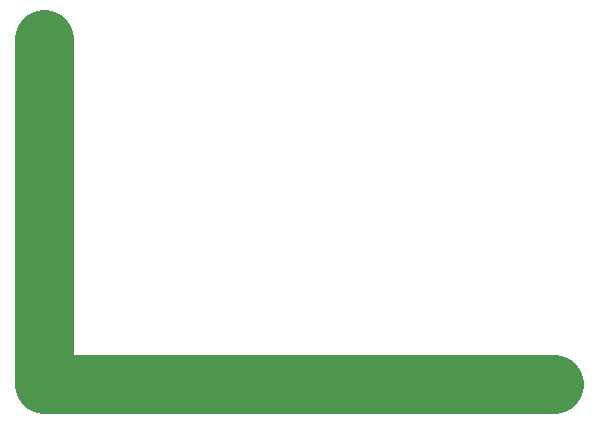
<source format=gbr>
G04 #@! TF.GenerationSoftware,KiCad,Pcbnew,5.0.2-bee76a0~70~ubuntu16.04.1*
G04 #@! TF.CreationDate,2018-12-10T23:09:46-05:00*
G04 #@! TF.ProjectId,L,4c2e6b69-6361-4645-9f70-636258585858,rev?*
G04 #@! TF.SameCoordinates,Original*
G04 #@! TF.FileFunction,Legend,Top*
G04 #@! TF.FilePolarity,Positive*
%FSLAX46Y46*%
G04 Gerber Fmt 4.6, Leading zero omitted, Abs format (unit mm)*
G04 Created by KiCad (PCBNEW 5.0.2-bee76a0~70~ubuntu16.04.1) date Mon 10 Dec 2018 11:09:46 PM EST*
%MOMM*%
%LPD*%
G01*
G04 APERTURE LIST*
%ADD10C,5.000000*%
G04 APERTURE END LIST*
D10*
X4572000Y-33528000D02*
X47752000Y-33528000D01*
X4572000Y-4318000D02*
X4572000Y-33528000D01*
M02*

</source>
